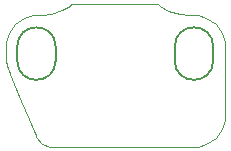
<source format=gm1>
%TF.GenerationSoftware,KiCad,Pcbnew,(5.1.6)-1*%
%TF.CreationDate,2022-01-04T17:41:04+01:00*%
%TF.ProjectId,headphone_plug,68656164-7068-46f6-9e65-5f706c75672e,rev?*%
%TF.SameCoordinates,Original*%
%TF.FileFunction,Profile,NP*%
%FSLAX46Y46*%
G04 Gerber Fmt 4.6, Leading zero omitted, Abs format (unit mm)*
G04 Created by KiCad (PCBNEW (5.1.6)-1) date 2022-01-04 17:41:04*
%MOMM*%
%LPD*%
G01*
G04 APERTURE LIST*
%TA.AperFunction,Profile*%
%ADD10C,0.150000*%
%TD*%
%TA.AperFunction,Profile*%
%ADD11C,0.115600*%
%TD*%
G04 APERTURE END LIST*
D10*
X153365200Y-90601800D02*
G75*
G03*
X156616400Y-90601800I1625600J0D01*
G01*
X153365200Y-89408000D02*
G75*
G02*
X156616400Y-89408000I1625600J0D01*
G01*
X153365200Y-89408000D02*
X153365200Y-90601800D01*
X156616400Y-89408000D02*
X156616400Y-90601800D01*
X166700200Y-89408000D02*
X166700200Y-90601800D01*
X169951400Y-89408000D02*
X169951400Y-90601800D01*
X166700200Y-89408000D02*
G75*
G02*
X169951400Y-89408000I1625600J0D01*
G01*
X166700200Y-90601800D02*
G75*
G03*
X169951400Y-90601800I1625600J0D01*
G01*
D11*
X152748063Y-91694634D02*
X152631853Y-91414236D01*
X153100385Y-92543138D02*
X152748063Y-91694634D01*
X152631853Y-91414236D02*
X152631853Y-91414236D01*
X153716489Y-94028054D02*
X153100385Y-92543138D01*
X154362104Y-95583078D02*
X153716489Y-94028054D01*
X152628164Y-88302386D02*
X153164947Y-87503658D01*
X152430790Y-89034644D02*
X152628164Y-88302386D01*
X152631853Y-91414236D02*
X152598650Y-91333044D01*
X152430790Y-89280022D02*
X152430790Y-89034644D01*
X152598650Y-91333044D02*
X152430790Y-90633970D01*
X152430790Y-90401546D02*
X152430790Y-89280022D01*
X152430790Y-90633970D02*
X152430790Y-90401546D01*
X156367214Y-97888850D02*
X156149546Y-97888850D01*
X170183386Y-97152848D02*
X169384692Y-97689630D01*
X170919418Y-89280022D02*
X170919418Y-95378324D01*
X170919418Y-89034644D02*
X170919418Y-89280022D01*
X170720178Y-96354127D02*
X170183386Y-97152848D01*
X168408892Y-97888850D02*
X156367214Y-97888850D01*
X169384692Y-86966832D02*
X170183386Y-87503658D01*
X168408892Y-86769496D02*
X168408892Y-86769496D01*
X168032580Y-86751034D02*
X168408892Y-86769496D01*
X167147152Y-86642200D02*
X168032580Y-86751034D01*
X156149546Y-97888850D02*
X155496545Y-97623225D01*
X154778989Y-96584705D02*
X154362104Y-95583078D01*
X155496545Y-97623225D02*
X154980051Y-97066148D01*
X169384692Y-97689630D02*
X168652366Y-97888850D01*
X170183386Y-87503658D02*
X170720178Y-88302386D01*
X154919181Y-96920424D02*
X154778989Y-96584705D01*
X168652366Y-86769496D02*
X169384692Y-86966832D01*
X154980051Y-97066148D02*
X154919181Y-96920424D01*
X170919418Y-95621815D02*
X170720178Y-96354127D01*
X168652366Y-97888850D02*
X168408892Y-97888850D01*
X170720178Y-88302386D02*
X170919418Y-89034644D01*
X168408892Y-86769496D02*
X168652366Y-86769496D01*
X170919418Y-95378324D02*
X170919418Y-95621815D01*
X165451980Y-85998444D02*
X166116000Y-86360000D01*
X156208570Y-86625608D02*
X157173286Y-86339702D01*
X165302550Y-85819536D02*
X165451980Y-85998444D01*
X157948010Y-85819536D02*
X158263462Y-85817632D01*
X165300714Y-85815796D02*
X165302550Y-85819536D01*
X164983426Y-85815796D02*
X165300714Y-85815796D01*
X153164947Y-87503658D02*
X153963669Y-86966832D01*
X164149678Y-85813960D02*
X164983426Y-85815796D01*
X162972802Y-85813960D02*
X164149678Y-85813960D01*
X161622526Y-85815796D02*
X162972802Y-85813960D01*
X160272250Y-85815796D02*
X161622526Y-85815796D01*
X154695981Y-86769496D02*
X154941315Y-86769496D01*
X159095374Y-85817632D02*
X160272250Y-85815796D01*
X157173286Y-86339702D02*
X157800450Y-85989196D01*
X157800450Y-85989196D02*
X157948010Y-85819536D01*
X155361891Y-86743690D02*
X156208570Y-86625608D01*
X154978208Y-86767660D02*
X155361891Y-86743690D01*
X154946850Y-86769496D02*
X154978208Y-86767660D01*
X158263462Y-85817632D02*
X159095374Y-85817632D01*
X153963669Y-86966832D02*
X154695981Y-86769496D01*
X157948010Y-85819536D02*
X157948010Y-85819536D01*
X154941315Y-86769496D02*
X154946850Y-86769496D01*
X166116000Y-86360000D02*
X167147152Y-86642200D01*
M02*

</source>
